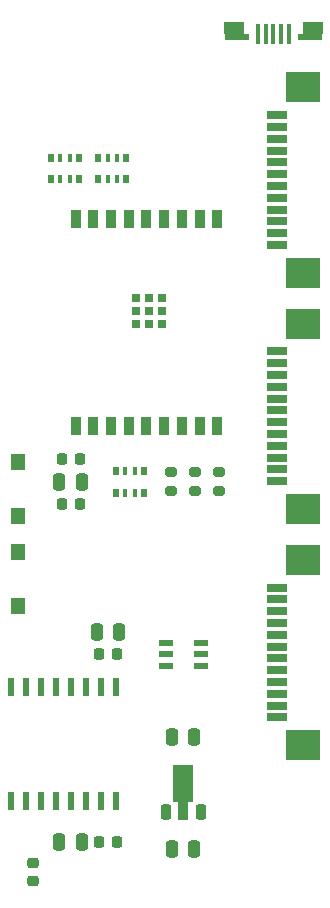
<source format=gbr>
%TF.GenerationSoftware,KiCad,Pcbnew,9.0.2*%
%TF.CreationDate,2025-06-10T08:24:41+03:00*%
%TF.ProjectId,PMMCU-ESP32C3,504d4d43-552d-4455-9350-333243332e6b,rev?*%
%TF.SameCoordinates,Original*%
%TF.FileFunction,Paste,Top*%
%TF.FilePolarity,Positive*%
%FSLAX46Y46*%
G04 Gerber Fmt 4.6, Leading zero omitted, Abs format (unit mm)*
G04 Created by KiCad (PCBNEW 9.0.2) date 2025-06-10 08:24:41*
%MOMM*%
%LPD*%
G01*
G04 APERTURE LIST*
G04 Aperture macros list*
%AMRoundRect*
0 Rectangle with rounded corners*
0 $1 Rounding radius*
0 $2 $3 $4 $5 $6 $7 $8 $9 X,Y pos of 4 corners*
0 Add a 4 corners polygon primitive as box body*
4,1,4,$2,$3,$4,$5,$6,$7,$8,$9,$2,$3,0*
0 Add four circle primitives for the rounded corners*
1,1,$1+$1,$2,$3*
1,1,$1+$1,$4,$5*
1,1,$1+$1,$6,$7*
1,1,$1+$1,$8,$9*
0 Add four rect primitives between the rounded corners*
20,1,$1+$1,$2,$3,$4,$5,0*
20,1,$1+$1,$4,$5,$6,$7,0*
20,1,$1+$1,$6,$7,$8,$9,0*
20,1,$1+$1,$8,$9,$2,$3,0*%
%AMFreePoly0*
4,1,9,3.862500,-0.866500,0.737500,-0.866500,0.737500,-0.450000,-0.737500,-0.450000,-0.737500,0.450000,0.737500,0.450000,0.737500,0.866500,3.862500,0.866500,3.862500,-0.866500,3.862500,-0.866500,$1*%
G04 Aperture macros list end*
%ADD10R,1.803400X0.635000*%
%ADD11R,2.997200X2.590800*%
%ADD12R,1.244600X1.346200*%
%ADD13R,0.889000X1.498600*%
%ADD14R,0.711200X0.711200*%
%ADD15RoundRect,0.225000X0.225000X0.250000X-0.225000X0.250000X-0.225000X-0.250000X0.225000X-0.250000X0*%
%ADD16RoundRect,0.225000X0.225000X-0.425000X0.225000X0.425000X-0.225000X0.425000X-0.225000X-0.425000X0*%
%ADD17FreePoly0,90.000000*%
%ADD18R,0.406400X1.750000*%
%ADD19R,1.654126X1.104108*%
%ADD20R,2.108196X0.496100*%
%ADD21R,2.108196X0.496108*%
%ADD22R,1.654066X1.104100*%
%ADD23R,0.500000X0.800000*%
%ADD24R,0.400000X0.800000*%
%ADD25RoundRect,0.250000X0.250000X0.475000X-0.250000X0.475000X-0.250000X-0.475000X0.250000X-0.475000X0*%
%ADD26R,0.482600X1.549400*%
%ADD27RoundRect,0.200000X0.275000X-0.200000X0.275000X0.200000X-0.275000X0.200000X-0.275000X-0.200000X0*%
%ADD28R,1.181100X0.558800*%
%ADD29RoundRect,0.225000X-0.225000X-0.250000X0.225000X-0.250000X0.225000X0.250000X-0.225000X0.250000X0*%
%ADD30RoundRect,0.225000X0.250000X-0.225000X0.250000X0.225000X-0.250000X0.225000X-0.250000X-0.225000X0*%
G04 APERTURE END LIST*
D10*
%TO.C,J3*%
X24444000Y24500008D03*
X24444000Y25500006D03*
X24444000Y26500004D03*
X24444000Y27500002D03*
X24444000Y28500000D03*
X24444000Y29500000D03*
X24444000Y30500000D03*
X24444000Y31500000D03*
X24444000Y32499998D03*
X24444000Y33499996D03*
X24444000Y34499994D03*
X24444000Y35499992D03*
D11*
X26614001Y22149997D03*
X26614001Y37850003D03*
%TD*%
D10*
%TO.C,J2*%
X24444000Y4500008D03*
X24444000Y5500006D03*
X24444000Y6500004D03*
X24444000Y7500002D03*
X24444000Y8500000D03*
X24444000Y9500000D03*
X24444000Y10500000D03*
X24444000Y11500000D03*
X24444000Y12499998D03*
X24444000Y13499996D03*
X24444000Y14499994D03*
X24444000Y15499992D03*
D11*
X26614001Y2149997D03*
X26614001Y17850003D03*
%TD*%
D12*
%TO.C,SW2*%
X2540000Y6096000D03*
X2540000Y1524000D03*
%TD*%
D13*
%TO.C,U1*%
X7390002Y9170000D03*
X8890001Y9170000D03*
X10390001Y9170000D03*
X11890000Y9170000D03*
X13390000Y9170000D03*
X14890000Y9170000D03*
X16390002Y9170000D03*
X17890001Y9170000D03*
X19390001Y9170000D03*
X19389998Y26670000D03*
X17889999Y26670000D03*
X16389999Y26670000D03*
X14890000Y26670000D03*
X13390000Y26670000D03*
X11890000Y26670000D03*
X10389998Y26670000D03*
X8889999Y26670000D03*
X7389999Y26670000D03*
D14*
X12490000Y17780000D03*
X13590000Y17780000D03*
X14690000Y17780000D03*
X12490000Y18880000D03*
X13590000Y18880000D03*
X14690000Y18880000D03*
X12490000Y19980000D03*
X13590000Y19980000D03*
X14690000Y19980000D03*
%TD*%
D15*
%TO.C,C8*%
X10935000Y-10160000D03*
X9385000Y-10160000D03*
%TD*%
%TO.C,C1*%
X7760000Y2540000D03*
X6210000Y2540000D03*
%TD*%
D16*
%TO.C,U2*%
X15010000Y-23540000D03*
D17*
X16510000Y-23452500D03*
D16*
X18010000Y-23540000D03*
%TD*%
D18*
%TO.C,J1*%
X25430000Y42327092D03*
X24780014Y42327092D03*
X24130028Y42327092D03*
X23480042Y42327092D03*
D19*
X27457063Y42900254D03*
D20*
X27230029Y42100150D03*
D18*
X22830056Y42327092D03*
D21*
X21030031Y42100146D03*
D22*
X20802967Y42900250D03*
%TD*%
D15*
%TO.C,C5*%
X7760000Y6350000D03*
X6210000Y6350000D03*
%TD*%
D23*
%TO.C,RN2*%
X10800000Y3545000D03*
D24*
X11600000Y3545000D03*
X12400000Y3545000D03*
D23*
X13200000Y3545000D03*
X13200000Y5345000D03*
D24*
X12400000Y5345000D03*
X11600000Y5345000D03*
D23*
X10800000Y5345000D03*
%TD*%
D25*
%TO.C,C10*%
X17460000Y-26670000D03*
X15560000Y-26670000D03*
%TD*%
D26*
%TO.C,U6*%
X10795000Y-12954000D03*
X9525000Y-12954000D03*
X8255000Y-12954000D03*
X6985000Y-12954000D03*
X5715000Y-12954000D03*
X4445000Y-12954000D03*
X3175000Y-12954000D03*
X1905000Y-12954000D03*
X1905000Y-22606000D03*
X3175000Y-22606000D03*
X4445000Y-22606000D03*
X5715000Y-22606000D03*
X6985000Y-22606000D03*
X8255000Y-22606000D03*
X9525000Y-22606000D03*
X10795000Y-22606000D03*
%TD*%
D10*
%TO.C,J4*%
X24444000Y-15499992D03*
X24444000Y-14499994D03*
X24444000Y-13499996D03*
X24444000Y-12499998D03*
X24444000Y-11500000D03*
X24444000Y-10500000D03*
X24444000Y-9500000D03*
X24444000Y-8500000D03*
X24444000Y-7500002D03*
X24444000Y-6500004D03*
X24444000Y-5500006D03*
X24444000Y-4500008D03*
D11*
X26614001Y-17850003D03*
X26614001Y-2149997D03*
%TD*%
D27*
%TO.C,R3*%
X17500000Y3675000D03*
X17500000Y5325000D03*
%TD*%
D25*
%TO.C,C3*%
X7935000Y-26035000D03*
X6035000Y-26035000D03*
%TD*%
D28*
%TO.C,U5*%
X15043150Y-9209999D03*
X15043150Y-10160000D03*
X15043150Y-11110001D03*
X17976850Y-11110001D03*
X17976850Y-10160000D03*
X17976850Y-9209999D03*
%TD*%
D29*
%TO.C,C9*%
X9385000Y-26035000D03*
X10935000Y-26035000D03*
%TD*%
D25*
%TO.C,C6*%
X11110000Y-8255000D03*
X9210000Y-8255000D03*
%TD*%
D27*
%TO.C,R1*%
X19500000Y3675000D03*
X19500000Y5325000D03*
%TD*%
D25*
%TO.C,C4*%
X17460000Y-17145000D03*
X15560000Y-17145000D03*
%TD*%
%TO.C,C2*%
X7935000Y4445000D03*
X6035000Y4445000D03*
%TD*%
D12*
%TO.C,SW1*%
X2540000Y-6096000D03*
X2540000Y-1524000D03*
%TD*%
D27*
%TO.C,R5*%
X15500000Y3675000D03*
X15500000Y5325000D03*
%TD*%
D23*
%TO.C,RN3*%
X7700000Y31900000D03*
D24*
X6900000Y31900000D03*
X6100000Y31900000D03*
D23*
X5300000Y31900000D03*
X5300000Y30100000D03*
D24*
X6100000Y30100000D03*
X6900000Y30100000D03*
D23*
X7700000Y30100000D03*
%TD*%
%TO.C,RN1*%
X11700000Y31900000D03*
D24*
X10900000Y31900000D03*
X10100000Y31900000D03*
D23*
X9300000Y31900000D03*
X9300000Y30100000D03*
D24*
X10100000Y30100000D03*
X10900000Y30100000D03*
D23*
X11700000Y30100000D03*
%TD*%
D30*
%TO.C,C7*%
X3810000Y-29350000D03*
X3810000Y-27800000D03*
%TD*%
M02*

</source>
